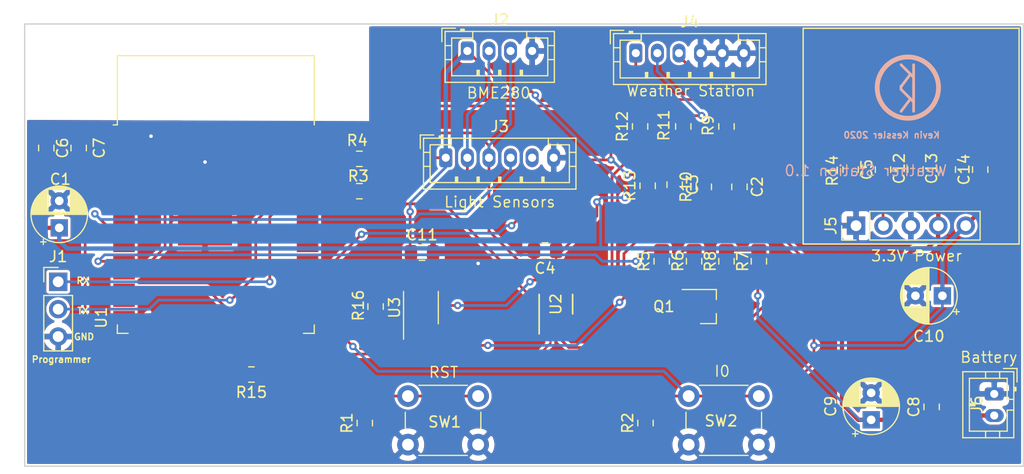
<source format=kicad_pcb>
(kicad_pcb (version 20171130) (host pcbnew 5.1.5+dfsg1-2build2)
  (layers (0 F.Cu signal) (31 B.Cu signal) (34 B.Paste user) (35 F.Paste user) (36 B.SilkS user) (37 F.SilkS user) (38 B.Mask user) (39 F.Mask user) (44 Edge.Cuts user))
  (net 0 "")
  (net 1 +3V3)
  (net 2 GND)
  (net 3 /ANEM_PIN)
  (net 4 /RAIN_PIN)
  (net 5 "Net-(C5-Pad1)")
  (net 6 +BATT)
  (net 7 "Net-(J1-Pad1)")
  (net 8 "Net-(J1-Pad2)")
  (net 9 /SDA)
  (net 10 /SCL)
  (net 11 /SI_INT)
  (net 12 /TCS_INT)
  (net 13 /ANEM_SWITCH)
  (net 14 /ADC1)
  (net 15 /RAIN_SWITCH)
  (net 16 "Net-(Q1-Pad1)")
  (net 17 "Net-(Q1-Pad3)")
  (net 18 "Net-(R1-Pad2)")
  (net 19 "Net-(R2-Pad2)")
  (net 20 /PWR_PIN_GND)
  (net 21 /ADC0)
  (net 22 /WIND_VCC)
  (net 23 "Net-(R15-Pad1)")
  (net 24 "Net-(R16-Pad2)")
  (net 25 "Net-(U1-Pad4)")
  (net 26 "Net-(U1-Pad5)")
  (net 27 "Net-(U1-Pad6)")
  (net 28 "Net-(U1-Pad7)")
  (net 29 "Net-(U1-Pad9)")
  (net 30 /ADC_ALERT)
  (net 31 "Net-(U1-Pad13)")
  (net 32 "Net-(U1-Pad14)")
  (net 33 "Net-(U1-Pad16)")
  (net 34 "Net-(U1-Pad17)")
  (net 35 "Net-(U1-Pad18)")
  (net 36 "Net-(U1-Pad19)")
  (net 37 "Net-(U1-Pad20)")
  (net 38 "Net-(U1-Pad21)")
  (net 39 "Net-(U1-Pad22)")
  (net 40 "Net-(U1-Pad24)")
  (net 41 "Net-(U1-Pad27)")
  (net 42 "Net-(U1-Pad28)")
  (net 43 "Net-(U1-Pad29)")
  (net 44 "Net-(U1-Pad30)")
  (net 45 "Net-(U1-Pad31)")
  (net 46 "Net-(U1-Pad32)")
  (net 47 "Net-(U1-Pad37)")
  (net 48 "Net-(U2-Pad7)")
  (net 49 "Net-(U2-Pad6)")
  (net 50 "Net-(U3-Pad2)")
  (net 51 "Net-(U3-Pad5)")
  (module KevinLib:LogoBack (layer F.Cu) (at 189.8 85.4)
    (fp_text reference REF** hide)
    (fp_text value LogoBack hide)
    (fp_text user K (at 0 1.27) (layer B.SilkS) (effects (font (size 2.032 2.032) (thickness 0.254)) (justify mirror)))
    (fp_text user K (at 0 -1.016) (layer B.SilkS) (effects (font (size 2.032 2.032) (thickness 0.254)) (justify mirror)))
  )
  (module Capacitor_THT:CP_Radial_D5.0mm_P2.50mm (layer F.Cu) (at 111.2 98.4 90)
    (fp_text reference C1 (at 4.5 0.1 180) (layer F.SilkS))
    (fp_text value 100u)
    (pad 1 thru_hole rect (at 0 0 90) (size 1.6 1.6) (drill 0.8) (layers *.Cu *.Mask) (net 1 +3V3))
    (pad 2 thru_hole circle (at 2.5 0 90) (size 1.6 1.6) (drill 0.8) (layers *.Cu *.Mask) (net 2 GND))
  )
  (module Capacitor_SMD:C_0805_2012Metric_Pad1.15x1.40mm_HandSolder (layer F.Cu) (at 174.2 94.6 270)
    (fp_text reference C2 (at 0 -1.65 90) (layer F.SilkS))
    (fp_text value 10p)
    (pad 1 smd roundrect (at -1.025 0 270) (size 1.15 1.4) (layers F.Cu F.Paste F.Mask) (roundrect_rratio 0.217391) (net 3 /ANEM_PIN))
    (pad 2 smd roundrect (at 1.025 0 270) (size 1.15 1.4) (layers F.Cu F.Paste F.Mask) (roundrect_rratio 0.217391) (net 2 GND))
  )
  (module Capacitor_SMD:C_0805_2012Metric_Pad1.15x1.40mm_HandSolder (layer F.Cu) (at 168.2 94.4 270)
    (fp_text reference C3 (at 0 -1.65 90) (layer F.SilkS))
    (fp_text value 10p)
    (pad 2 smd roundrect (at 1.025 0 270) (size 1.15 1.4) (layers F.Cu F.Paste F.Mask) (roundrect_rratio 0.217391) (net 2 GND))
    (pad 1 smd roundrect (at -1.025 0 270) (size 1.15 1.4) (layers F.Cu F.Paste F.Mask) (roundrect_rratio 0.217391) (net 4 /RAIN_PIN))
  )
  (module Capacitor_SMD:C_0805_2012Metric_Pad1.15x1.40mm_HandSolder (layer F.Cu) (at 156.2 100.5 180)
    (fp_text reference C4 (at 0 -1.65) (layer F.SilkS))
    (fp_text value 100n)
    (pad 2 smd roundrect (at 1.025 0 180) (size 1.15 1.4) (layers F.Cu F.Paste F.Mask) (roundrect_rratio 0.217391) (net 2 GND))
    (pad 1 smd roundrect (at -1.025 0 180) (size 1.15 1.4) (layers F.Cu F.Paste F.Mask) (roundrect_rratio 0.217391) (net 1 +3V3))
  )
  (module Capacitor_SMD:C_0805_2012Metric_Pad1.15x1.40mm_HandSolder (layer F.Cu) (at 187.5 93 90)
    (fp_text reference C5 (at 0 -1.5 90) (layer F.SilkS))
    (fp_text value 100n)
    (pad 1 smd roundrect (at -1.025 0 90) (size 1.15 1.4) (layers F.Cu F.Paste F.Mask) (roundrect_rratio 0.217391) (net 5 "Net-(C5-Pad1)"))
    (pad 2 smd roundrect (at 1.025 0 90) (size 1.15 1.4) (layers F.Cu F.Paste F.Mask) (roundrect_rratio 0.217391) (net 2 GND))
  )
  (module Capacitor_SMD:C_0805_2012Metric_Pad1.15x1.40mm_HandSolder (layer F.Cu) (at 110 91 90)
    (fp_text reference C6 (at 0 1.5 90) (layer F.SilkS))
    (fp_text value 100n)
    (pad 2 smd roundrect (at 1.025 0 90) (size 1.15 1.4) (layers F.Cu F.Paste F.Mask) (roundrect_rratio 0.217391) (net 2 GND))
    (pad 1 smd roundrect (at -1.025 0 90) (size 1.15 1.4) (layers F.Cu F.Paste F.Mask) (roundrect_rratio 0.217391) (net 1 +3V3))
  )
  (module Capacitor_SMD:C_0805_2012Metric_Pad1.15x1.40mm_HandSolder (layer F.Cu) (at 113 91 90)
    (fp_text reference C7 (at 0 1.9 90) (layer F.SilkS))
    (fp_text value 10n)
    (pad 1 smd roundrect (at -1.025 0 90) (size 1.15 1.4) (layers F.Cu F.Paste F.Mask) (roundrect_rratio 0.217391) (net 1 +3V3))
    (pad 2 smd roundrect (at 1.025 0 90) (size 1.15 1.4) (layers F.Cu F.Paste F.Mask) (roundrect_rratio 0.217391) (net 2 GND))
  )
  (module Capacitor_SMD:C_0805_2012Metric_Pad1.15x1.40mm_HandSolder (layer F.Cu) (at 192 115 90)
    (fp_text reference C8 (at 0 -1.65 90) (layer F.SilkS))
    (fp_text value 100n)
    (pad 1 smd roundrect (at -1.025 0 90) (size 1.15 1.4) (layers F.Cu F.Paste F.Mask) (roundrect_rratio 0.217391) (net 6 +BATT))
    (pad 2 smd roundrect (at 1.025 0 90) (size 1.15 1.4) (layers F.Cu F.Paste F.Mask) (roundrect_rratio 0.217391) (net 2 GND))
  )
  (module Capacitor_THT:CP_Radial_D5.0mm_P2.50mm (layer F.Cu) (at 186.4 116.2 90)
    (fp_text reference C9 (at 1.25 -3.75 90) (layer F.SilkS))
    (fp_text value 100u)
    (pad 1 thru_hole rect (at 0 0 90) (size 1.6 1.6) (drill 0.8) (layers *.Cu *.Mask) (net 6 +BATT))
    (pad 2 thru_hole circle (at 2.5 0 90) (size 1.6 1.6) (drill 0.8) (layers *.Cu *.Mask) (net 2 GND))
  )
  (module Capacitor_THT:CP_Radial_D5.0mm_P2.50mm (layer F.Cu) (at 193 104.7 180)
    (fp_text reference C10 (at 1.25 -3.75) (layer F.SilkS))
    (fp_text value 100u)
    (pad 2 thru_hole circle (at 2.5 0 180) (size 1.6 1.6) (drill 0.8) (layers *.Cu *.Mask) (net 2 GND))
    (pad 1 thru_hole rect (at 0 0 180) (size 1.6 1.6) (drill 0.8) (layers *.Cu *.Mask) (net 1 +3V3))
  )
  (module Connector_PinHeader_2.54mm:PinHeader_1x03_P2.54mm_Vertical (layer F.Cu) (at 111.1 103.4)
    (fp_text reference J1 (at 0 -2.33) (layer F.SilkS))
    (fp_text value PROG_HEADER)
    (pad 1 thru_hole rect (at 0 0) (size 1.7 1.7) (drill 1) (layers *.Cu *.Mask) (net 7 "Net-(J1-Pad1)"))
    (pad 2 thru_hole oval (at 0 2.54) (size 1.7 1.7) (drill 1) (layers *.Cu *.Mask) (net 8 "Net-(J1-Pad2)"))
    (pad 3 thru_hole oval (at 0 5.08) (size 1.7 1.7) (drill 1) (layers *.Cu *.Mask) (net 2 GND))
  )
  (module Connector_JST:JST_PH_B4B-PH-K_1x04_P2.00mm_Vertical (layer F.Cu) (at 149 82)
    (fp_text reference J2 (at 3 -2.9) (layer F.SilkS))
    (fp_text value I2C_PORT)
    (pad 1 thru_hole roundrect (at 0 0) (size 1.2 1.75) (drill 0.75) (layers *.Cu *.Mask) (roundrect_rratio 0.208333) (net 1 +3V3))
    (pad 2 thru_hole oval (at 2 0) (size 1.2 1.75) (drill 0.75) (layers *.Cu *.Mask) (net 9 /SDA))
    (pad 3 thru_hole oval (at 4 0) (size 1.2 1.75) (drill 0.75) (layers *.Cu *.Mask) (net 10 /SCL))
    (pad 4 thru_hole oval (at 6 0) (size 1.2 1.75) (drill 0.75) (layers *.Cu *.Mask) (net 2 GND))
  )
  (module Connector_JST:JST_PH_B6B-PH-K_1x06_P2.00mm_Vertical (layer F.Cu) (at 147 91.9)
    (fp_text reference J3 (at 5 -2.9) (layer F.SilkS))
    (fp_text value LIGHT_HEADER)
    (pad 1 thru_hole roundrect (at 0 0) (size 1.2 1.75) (drill 0.75) (layers *.Cu *.Mask) (roundrect_rratio 0.208333) (net 1 +3V3))
    (pad 2 thru_hole oval (at 2 0) (size 1.2 1.75) (drill 0.75) (layers *.Cu *.Mask) (net 9 /SDA))
    (pad 3 thru_hole oval (at 4 0) (size 1.2 1.75) (drill 0.75) (layers *.Cu *.Mask) (net 10 /SCL))
    (pad 4 thru_hole oval (at 6 0) (size 1.2 1.75) (drill 0.75) (layers *.Cu *.Mask) (net 11 /SI_INT))
    (pad 5 thru_hole oval (at 8 0) (size 1.2 1.75) (drill 0.75) (layers *.Cu *.Mask) (net 12 /TCS_INT))
    (pad 6 thru_hole oval (at 10 0) (size 1.2 1.75) (drill 0.75) (layers *.Cu *.Mask) (net 2 GND))
  )
  (module Connector_JST:JST_PH_B6B-PH-K_1x06_P2.00mm_Vertical (layer F.Cu) (at 164.6 82.2)
    (fp_text reference J4 (at 5 -2.9) (layer F.SilkS))
    (fp_text value WIND_RAIN)
    (pad 6 thru_hole oval (at 10 0) (size 1.2 1.75) (drill 0.75) (layers *.Cu *.Mask) (net 2 GND))
    (pad 5 thru_hole oval (at 8 0) (size 1.2 1.75) (drill 0.75) (layers *.Cu *.Mask) (net 2 GND))
    (pad 4 thru_hole oval (at 6 0) (size 1.2 1.75) (drill 0.75) (layers *.Cu *.Mask) (net 2 GND))
    (pad 3 thru_hole oval (at 4 0) (size 1.2 1.75) (drill 0.75) (layers *.Cu *.Mask) (net 13 /ANEM_SWITCH))
    (pad 2 thru_hole oval (at 2 0) (size 1.2 1.75) (drill 0.75) (layers *.Cu *.Mask) (net 14 /ADC1))
    (pad 1 thru_hole roundrect (at 0 0) (size 1.2 1.75) (drill 0.75) (layers *.Cu *.Mask) (roundrect_rratio 0.208333) (net 15 /RAIN_SWITCH))
  )
  (module Connector_PinHeader_2.54mm:PinHeader_1x05_P2.54mm_Vertical (layer F.Cu) (at 185 98.2 90)
    (fp_text reference J5 (at 0 -2.33 90) (layer F.SilkS))
    (fp_text value PWR_HEADER)
    (pad 1 thru_hole rect (at 0 0 90) (size 1.7 1.7) (drill 1) (layers *.Cu *.Mask) (net 2 GND))
    (pad 2 thru_hole oval (at 0 2.54 90) (size 1.7 1.7) (drill 1) (layers *.Cu *.Mask) (net 5 "Net-(C5-Pad1)"))
    (pad 3 thru_hole oval (at 0 5.08 90) (size 1.7 1.7) (drill 1) (layers *.Cu *.Mask) (net 2 GND))
    (pad 4 thru_hole oval (at 0 7.62 90) (size 1.7 1.7) (drill 1) (layers *.Cu *.Mask) (net 6 +BATT))
    (pad 5 thru_hole oval (at 0 10.16 90) (size 1.7 1.7) (drill 1) (layers *.Cu *.Mask) (net 1 +3V3))
  )
  (module Connector_JST:JST_PH_B2B-PH-K_1x02_P2.00mm_Vertical (layer F.Cu) (at 197.8 113.8 270)
    (fp_text reference J6 (at 1 1.6 90) (layer F.SilkS))
    (fp_text value BATTERY_HEADER)
    (pad 1 thru_hole roundrect (at 0 0 270) (size 1.2 1.75) (drill 0.75) (layers *.Cu *.Mask) (roundrect_rratio 0.208333) (net 2 GND))
    (pad 2 thru_hole oval (at 2 0 270) (size 1.2 1.75) (drill 0.75) (layers *.Cu *.Mask) (net 6 +BATT))
  )
  (module Package_TO_SOT_SMD:SOT-23_Handsoldering (layer F.Cu) (at 171.3 105.7)
    (fp_text reference Q1 (at -4.1 0) (layer F.SilkS))
    (fp_text value Q_NMOS_GSD)
    (pad 1 smd rect (at -1.5 -0.95) (size 1.9 0.8) (layers F.Cu F.Paste F.Mask) (net 16 "Net-(Q1-Pad1)"))
    (pad 2 smd rect (at -1.5 0.95) (size 1.9 0.8) (layers F.Cu F.Paste F.Mask) (net 2 GND))
    (pad 3 smd rect (at 1.5 0) (size 1.9 0.8) (layers F.Cu F.Paste F.Mask) (net 17 "Net-(Q1-Pad3)"))
  )
  (module Resistor_SMD:R_0805_2012Metric_Pad1.15x1.40mm_HandSolder (layer F.Cu) (at 139.5 116.5 90)
    (fp_text reference R1 (at 0 -1.65 90) (layer F.SilkS))
    (fp_text value 1K)
    (pad 1 smd roundrect (at -1.025 0 90) (size 1.15 1.4) (layers F.Cu F.Paste F.Mask) (roundrect_rratio 0.217391) (net 1 +3V3))
    (pad 2 smd roundrect (at 1.025 0 90) (size 1.15 1.4) (layers F.Cu F.Paste F.Mask) (roundrect_rratio 0.217391) (net 18 "Net-(R1-Pad2)"))
  )
  (module Resistor_SMD:R_0805_2012Metric_Pad1.15x1.40mm_HandSolder (layer F.Cu) (at 165.5 116.5 90)
    (fp_text reference R2 (at 0 -1.65 90) (layer F.SilkS))
    (fp_text value 1K)
    (pad 2 smd roundrect (at 1.025 0 90) (size 1.15 1.4) (layers F.Cu F.Paste F.Mask) (roundrect_rratio 0.217391) (net 19 "Net-(R2-Pad2)"))
    (pad 1 smd roundrect (at -1.025 0 90) (size 1.15 1.4) (layers F.Cu F.Paste F.Mask) (roundrect_rratio 0.217391) (net 1 +3V3))
  )
  (module Resistor_SMD:R_0805_2012Metric_Pad1.15x1.40mm_HandSolder (layer F.Cu) (at 139 95 180)
    (fp_text reference R3 (at 0.1 1.4) (layer F.SilkS))
    (fp_text value 4.7K)
    (pad 1 smd roundrect (at -1.025 0 180) (size 1.15 1.4) (layers F.Cu F.Paste F.Mask) (roundrect_rratio 0.217391) (net 1 +3V3))
    (pad 2 smd roundrect (at 1.025 0 180) (size 1.15 1.4) (layers F.Cu F.Paste F.Mask) (roundrect_rratio 0.217391) (net 9 /SDA))
  )
  (module Resistor_SMD:R_0805_2012Metric_Pad1.15x1.40mm_HandSolder (layer F.Cu) (at 139 92 180)
    (fp_text reference R4 (at 0.2 1.7) (layer F.SilkS))
    (fp_text value 4.7K)
    (pad 2 smd roundrect (at 1.025 0 180) (size 1.15 1.4) (layers F.Cu F.Paste F.Mask) (roundrect_rratio 0.217391) (net 10 /SCL))
    (pad 1 smd roundrect (at -1.025 0 180) (size 1.15 1.4) (layers F.Cu F.Paste F.Mask) (roundrect_rratio 0.217391) (net 1 +3V3))
  )
  (module Resistor_SMD:R_0805_2012Metric_Pad1.15x1.40mm_HandSolder (layer F.Cu) (at 167 101.5 90)
    (fp_text reference R5 (at 0 -1.65 90) (layer F.SilkS))
    (fp_text value 100)
    (pad 1 smd roundrect (at -1.025 0 90) (size 1.15 1.4) (layers F.Cu F.Paste F.Mask) (roundrect_rratio 0.217391) (net 16 "Net-(Q1-Pad1)"))
    (pad 2 smd roundrect (at 1.025 0 90) (size 1.15 1.4) (layers F.Cu F.Paste F.Mask) (roundrect_rratio 0.217391) (net 20 /PWR_PIN_GND))
  )
  (module Resistor_SMD:R_0805_2012Metric_Pad1.15x1.40mm_HandSolder (layer F.Cu) (at 170 101.5 270)
    (fp_text reference R6 (at 0 1.5 90) (layer F.SilkS))
    (fp_text value 100K)
    (pad 2 smd roundrect (at 1.025 0 270) (size 1.15 1.4) (layers F.Cu F.Paste F.Mask) (roundrect_rratio 0.217391) (net 2 GND))
    (pad 1 smd roundrect (at -1.025 0 270) (size 1.15 1.4) (layers F.Cu F.Paste F.Mask) (roundrect_rratio 0.217391) (net 16 "Net-(Q1-Pad1)"))
  )
  (module Resistor_SMD:R_0805_2012Metric_Pad1.15x1.40mm_HandSolder (layer F.Cu) (at 176 101.5 90)
    (fp_text reference R7 (at 0 -1.5 90) (layer F.SilkS))
    (fp_text value 1K)
    (pad 2 smd roundrect (at 1.025 0 90) (size 1.15 1.4) (layers F.Cu F.Paste F.Mask) (roundrect_rratio 0.217391) (net 21 /ADC0))
    (pad 1 smd roundrect (at -1.025 0 90) (size 1.15 1.4) (layers F.Cu F.Paste F.Mask) (roundrect_rratio 0.217391) (net 6 +BATT))
  )
  (module Resistor_SMD:R_0805_2012Metric_Pad1.15x1.40mm_HandSolder (layer F.Cu) (at 173 101.5 270)
    (fp_text reference R8 (at 0 1.5 90) (layer F.SilkS))
    (fp_text value 1K)
    (pad 1 smd roundrect (at -1.025 0 270) (size 1.15 1.4) (layers F.Cu F.Paste F.Mask) (roundrect_rratio 0.217391) (net 21 /ADC0))
    (pad 2 smd roundrect (at 1.025 0 270) (size 1.15 1.4) (layers F.Cu F.Paste F.Mask) (roundrect_rratio 0.217391) (net 17 "Net-(Q1-Pad3)"))
  )
  (module Resistor_SMD:R_0805_2012Metric_Pad1.15x1.40mm_HandSolder (layer F.Cu) (at 173 89 90)
    (fp_text reference R9 (at 0.1 -1.7 90) (layer F.SilkS))
    (fp_text value 100)
    (pad 2 smd roundrect (at 1.025 0 90) (size 1.15 1.4) (layers F.Cu F.Paste F.Mask) (roundrect_rratio 0.217391) (net 13 /ANEM_SWITCH))
    (pad 1 smd roundrect (at -1.025 0 90) (size 1.15 1.4) (layers F.Cu F.Paste F.Mask) (roundrect_rratio 0.217391) (net 3 /ANEM_PIN))
  )
  (module Resistor_SMD:R_0805_2012Metric_Pad1.15x1.40mm_HandSolder (layer F.Cu) (at 170.9 94.6 90)
    (fp_text reference R10 (at 0 -1.65 90) (layer F.SilkS))
    (fp_text value 330K)
    (pad 1 smd roundrect (at -1.025 0 90) (size 1.15 1.4) (layers F.Cu F.Paste F.Mask) (roundrect_rratio 0.217391) (net 1 +3V3))
    (pad 2 smd roundrect (at 1.025 0 90) (size 1.15 1.4) (layers F.Cu F.Paste F.Mask) (roundrect_rratio 0.217391) (net 3 /ANEM_PIN))
  )
  (module Resistor_SMD:R_0805_2012Metric_Pad1.15x1.40mm_HandSolder (layer F.Cu) (at 169 89 270)
    (fp_text reference R11 (at -0.1 1.8 90) (layer F.SilkS))
    (fp_text value 10K)
    (pad 2 smd roundrect (at 1.025 0 270) (size 1.15 1.4) (layers F.Cu F.Paste F.Mask) (roundrect_rratio 0.217391) (net 22 /WIND_VCC))
    (pad 1 smd roundrect (at -1.025 0 270) (size 1.15 1.4) (layers F.Cu F.Paste F.Mask) (roundrect_rratio 0.217391) (net 14 /ADC1))
  )
  (module Resistor_SMD:R_0805_2012Metric_Pad1.15x1.40mm_HandSolder (layer F.Cu) (at 165 89 90)
    (fp_text reference R12 (at 0 -1.65 90) (layer F.SilkS))
    (fp_text value 100)
    (pad 1 smd roundrect (at -1.025 0 90) (size 1.15 1.4) (layers F.Cu F.Paste F.Mask) (roundrect_rratio 0.217391) (net 4 /RAIN_PIN))
    (pad 2 smd roundrect (at 1.025 0 90) (size 1.15 1.4) (layers F.Cu F.Paste F.Mask) (roundrect_rratio 0.217391) (net 15 /RAIN_SWITCH))
  )
  (module Resistor_SMD:R_0805_2012Metric_Pad1.15x1.40mm_HandSolder (layer F.Cu) (at 165.7 94.5 90)
    (fp_text reference R13 (at 0 -1.65 90) (layer F.SilkS))
    (fp_text value 330K)
    (pad 1 smd roundrect (at -1.025 0 90) (size 1.15 1.4) (layers F.Cu F.Paste F.Mask) (roundrect_rratio 0.217391) (net 1 +3V3))
    (pad 2 smd roundrect (at 1.025 0 90) (size 1.15 1.4) (layers F.Cu F.Paste F.Mask) (roundrect_rratio 0.217391) (net 4 /RAIN_PIN))
  )
  (module Resistor_SMD:R_0805_2012Metric_Pad1.15x1.40mm_HandSolder (layer F.Cu) (at 184.5 93 270)
    (fp_text reference R14 (at 0.1 1.7 90) (layer F.SilkS))
    (fp_text value 1K)
    (pad 2 smd roundrect (at 1.025 0 270) (size 1.15 1.4) (layers F.Cu F.Paste F.Mask) (roundrect_rratio 0.217391) (net 5 "Net-(C5-Pad1)"))
    (pad 1 smd roundrect (at -1.025 0 270) (size 1.15 1.4) (layers F.Cu F.Paste F.Mask) (roundrect_rratio 0.217391) (net 6 +BATT))
  )
  (module Resistor_SMD:R_0805_2012Metric_Pad1.15x1.40mm_HandSolder (layer F.Cu) (at 129 112 180)
    (fp_text reference R15 (at 0 -1.65) (layer F.SilkS))
    (fp_text value 1K)
    (pad 1 smd roundrect (at -1.025 0 180) (size 1.15 1.4) (layers F.Cu F.Paste F.Mask) (roundrect_rratio 0.217391) (net 23 "Net-(R15-Pad1)"))
    (pad 2 smd roundrect (at 1.025 0 180) (size 1.15 1.4) (layers F.Cu F.Paste F.Mask) (roundrect_rratio 0.217391) (net 2 GND))
  )
  (module Resistor_SMD:R_0805_2012Metric_Pad1.15x1.40mm_HandSolder (layer F.Cu) (at 140.5 105.7 270)
    (fp_text reference R16 (at -0.1 1.6 90) (layer F.SilkS))
    (fp_text value 1K)
    (pad 2 smd roundrect (at 1.025 0 270) (size 1.15 1.4) (layers F.Cu F.Paste F.Mask) (roundrect_rratio 0.217391) (net 24 "Net-(R16-Pad2)"))
    (pad 1 smd roundrect (at -1.025 0 270) (size 1.15 1.4) (layers F.Cu F.Paste F.Mask) (roundrect_rratio 0.217391) (net 1 +3V3))
  )
  (module Button_Switch_THT:SW_PUSH_6mm (layer F.Cu) (at 150 118.5 180)
    (fp_text reference SW1 (at 3.1 2.1) (layer F.SilkS))
    (fp_text value SW_EN)
    (pad 2 thru_hole circle (at 0 4.5 270) (size 2 2) (drill 1.1) (layers *.Cu *.Mask) (net 18 "Net-(R1-Pad2)"))
    (pad 1 thru_hole circle (at 0 0 270) (size 2 2) (drill 1.1) (layers *.Cu *.Mask) (net 2 GND))
    (pad 2 thru_hole circle (at 6.5 4.5 270) (size 2 2) (drill 1.1) (layers *.Cu *.Mask) (net 18 "Net-(R1-Pad2)"))
    (pad 1 thru_hole circle (at 6.5 0 270) (size 2 2) (drill 1.1) (layers *.Cu *.Mask) (net 2 GND))
  )
  (module Button_Switch_THT:SW_PUSH_6mm (layer F.Cu) (at 176 118.5 180)
    (fp_text reference SW2 (at 3.5 2.2) (layer F.SilkS))
    (fp_text value SW_I00)
    (pad 1 thru_hole circle (at 6.5 0 270) (size 2 2) (drill 1.1) (layers *.Cu *.Mask) (net 2 GND))
    (pad 2 thru_hole circle (at 6.5 4.5 270) (size 2 2) (drill 1.1) (layers *.Cu *.Mask) (net 19 "Net-(R2-Pad2)"))
    (pad 1 thru_hole circle (at 0 0 270) (size 2 2) (drill 1.1) (layers *.Cu *.Mask) (net 2 GND))
    (pad 2 thru_hole circle (at 0 4.5 270) (size 2 2) (drill 1.1) (layers *.Cu *.Mask) (net 19 "Net-(R2-Pad2)"))
  )
  (module RF_Module:ESP32-WROOM-32 (layer F.Cu) (at 125.7 98.3)
    (fp_text reference U1 (at -10.61 8.43 90) (layer F.SilkS))
    (fp_text value ESP32-WROOM-32D)
    (pad 39 smd rect (at -1 -0.755) (size 5 5) (layers F.Cu F.Paste F.Mask) (net 2 GND))
    (pad 1 smd rect (at -8.5 -8.255) (size 2 0.9) (layers F.Cu F.Paste F.Mask) (net 2 GND))
    (pad 2 smd rect (at -8.5 -6.985) (size 2 0.9) (layers F.Cu F.Paste F.Mask) (net 1 +3V3))
    (pad 3 smd rect (at -8.5 -5.715) (size 2 0.9) (layers F.Cu F.Paste F.Mask) (net 18 "Net-(R1-Pad2)"))
    (pad 4 smd rect (at -8.5 -4.445) (size 2 0.9) (layers F.Cu F.Paste F.Mask) (net 25 "Net-(U1-Pad4)"))
    (pad 5 smd rect (at -8.5 -3.175) (size 2 0.9) (layers F.Cu F.Paste F.Mask) (net 26 "Net-(U1-Pad5)"))
    (pad 6 smd rect (at -8.5 -1.905) (size 2 0.9) (layers F.Cu F.Paste F.Mask) (net 27 "Net-(U1-Pad6)"))
    (pad 7 smd rect (at -8.5 -0.635) (size 2 0.9) (layers F.Cu F.Paste F.Mask) (net 28 "Net-(U1-Pad7)"))
    (pad 8 smd rect (at -8.5 0.635) (size 2 0.9) (layers F.Cu F.Paste F.Mask) (net 11 /SI_INT))
    (pad 9 smd rect (at -8.5 1.905) (size 2 0.9) (layers F.Cu F.Paste F.Mask) (net 29 "Net-(U1-Pad9)"))
    (pad 10 smd rect (at -8.5 3.175) (size 2 0.9) (layers F.Cu F.Paste F.Mask) (net 20 /PWR_PIN_GND))
    (pad 11 smd rect (at -8.5 4.445) (size 2 0.9) (layers F.Cu F.Paste F.Mask) (net 22 /WIND_VCC))
    (pad 12 smd rect (at -8.5 5.715) (size 2 0.9) (layers F.Cu F.Paste F.Mask) (net 30 /ADC_ALERT))
    (pad 13 smd rect (at -8.5 6.985) (size 2 0.9) (layers F.Cu F.Paste F.Mask) (net 31 "Net-(U1-Pad13)"))
    (pad 14 smd rect (at -8.5 8.255) (size 2 0.9) (layers F.Cu F.Paste F.Mask) (net 32 "Net-(U1-Pad14)"))
    (pad 15 smd rect (at -5.715 9.255 90) (size 2 0.9) (layers F.Cu F.Paste F.Mask) (net 2 GND))
    (pad 16 smd rect (at -4.445 9.255 90) (size 2 0.9) (layers F.Cu F.Paste F.Mask) (net 33 "Net-(U1-Pad16)"))
    (pad 17 smd rect (at -3.175 9.255 90) (size 2 0.9) (layers F.Cu F.Paste F.Mask) (net 34 "Net-(U1-Pad17)"))
    (pad 18 smd rect (at -1.905 9.255 90) (size 2 0.9) (layers F.Cu F.Paste F.Mask) (net 35 "Net-(U1-Pad18)"))
    (pad 19 smd rect (at -0.635 9.255 90) (size 2 0.9) (layers F.Cu F.Paste F.Mask) (net 36 "Net-(U1-Pad19)"))
    (pad 20 smd rect (at 0.635 9.255 90) (size 2 0.9) (layers F.Cu F.Paste F.Mask) (net 37 "Net-(U1-Pad20)"))
    (pad 21 smd rect (at 1.905 9.255 90) (size 2 0.9) (layers F.Cu F.Paste F.Mask) (net 38 "Net-(U1-Pad21)"))
    (pad 22 smd rect (at 3.175 9.255 90) (size 2 0.9) (layers F.Cu F.Paste F.Mask) (net 39 "Net-(U1-Pad22)"))
    (pad 23 smd rect (at 4.445 9.255 90) (size 2 0.9) (layers F.Cu F.Paste F.Mask) (net 23 "Net-(R15-Pad1)"))
    (pad 24 smd rect (at 5.715 9.255 90) (size 2 0.9) (layers F.Cu F.Paste F.Mask) (net 40 "Net-(U1-Pad24)"))
    (pad 25 smd rect (at 8.5 8.255) (size 2 0.9) (layers F.Cu F.Paste F.Mask) (net 19 "Net-(R2-Pad2)"))
    (pad 26 smd rect (at 8.5 6.985) (size 2 0.9) (layers F.Cu F.Paste F.Mask) (net 4 /RAIN_PIN))
    (pad 27 smd rect (at 8.5 5.715) (size 2 0.9) (layers F.Cu F.Paste F.Mask) (net 41 "Net-(U1-Pad27)"))
    (pad 28 smd rect (at 8.5 4.445) (size 2 0.9) (layers F.Cu F.Paste F.Mask) (net 42 "Net-(U1-Pad28)"))
    (pad 29 smd rect (at 8.5 3.175) (size 2 0.9) (layers F.Cu F.Paste F.Mask) (net 43 "Net-(U1-Pad29)"))
    (pad 30 smd rect (at 8.5 1.905) (size 2 0.9) (layers F.Cu F.Paste F.Mask) (net 44 "Net-(U1-Pad30)"))
    (pad 31 smd rect (at 8.5 0.635) (size 2 0.9) (layers F.Cu F.Paste F.Mask) (net 45 "Net-(U1-Pad31)"))
    (pad 32 smd rect (at 8.5 -0.635) (size 2 0.9) (layers F.Cu F.Paste F.Mask) (net 46 "Net-(U1-Pad32)"))
    (pad 33 smd rect (at 8.5 -1.905) (size 2 0.9) (layers F.Cu F.Paste F.Mask) (net 9 /SDA))
    (pad 34 smd rect (at 8.5 -3.175) (size 2 0.9) (layers F.Cu F.Paste F.Mask) (net 7 "Net-(J1-Pad1)"))
    (pad 35 smd rect (at 8.5 -4.445) (size 2 0.9) (layers F.Cu F.Paste F.Mask) (net 8 "Net-(J1-Pad2)"))
    (pad 36 smd rect (at 8.5 -5.715) (size 2 0.9) (layers F.Cu F.Paste F.Mask) (net 10 /SCL))
    (pad 37 smd rect (at 8.5 -6.985) (size 2 0.9) (layers F.Cu F.Paste F.Mask) (net 47 "Net-(U1-Pad37)"))
    (pad 38 smd rect (at 8.5 -8.255) (size 2 0.9) (layers F.Cu F.Paste F.Mask) (net 2 GND))
  )
  (module KevinLib:ADS1115IDGSR (layer F.Cu) (at 157.200002 105.475001 90)
    (fp_text reference U2 (at 0 0 90) (layer F.SilkS))
    (fp_text value ADS1115IDGSR hide)
    (pad 10 smd oval (at 2.225002 -1.000001 180) (size 0.299999 1.35) (layers F.Cu F.Paste F.Mask) (net 10 /SCL))
    (pad 9 smd oval (at 2.225002 -0.500002 180) (size 0.299999 1.35) (layers F.Cu F.Paste F.Mask) (net 9 /SDA))
    (pad 8 smd oval (at 2.225002 0 180) (size 0.299999 1.35) (layers F.Cu F.Paste F.Mask) (net 1 +3V3))
    (pad 7 smd oval (at 2.225002 0.499999 180) (size 0.299999 1.35) (layers F.Cu F.Paste F.Mask) (net 48 "Net-(U2-Pad7)"))
    (pad 6 smd oval (at 2.225002 1.000001 180) (size 0.299999 1.35) (layers F.Cu F.Paste F.Mask) (net 49 "Net-(U2-Pad6)"))
    (pad 5 smd oval (at -2.224999 1.000001 180) (size 0.299999 1.35) (layers F.Cu F.Paste F.Mask) (net 14 /ADC1))
    (pad 4 smd oval (at -2.224999 0.499999 180) (size 0.299999 1.35) (layers F.Cu F.Paste F.Mask) (net 21 /ADC0))
    (pad 3 smd oval (at -2.224999 0 180) (size 0.299999 1.35) (layers F.Cu F.Paste F.Mask) (net 2 GND))
    (pad 2 smd oval (at -2.224999 -0.500002 180) (size 0.299999 1.35) (layers F.Cu F.Paste F.Mask) (net 30 /ADC_ALERT))
    (pad 1 smd oval (at -2.224999 -1.000001 180) (size 0.299999 1.35) (layers F.Cu F.Paste F.Mask) (net 2 GND))
  )
  (module Capacitor_SMD:C_0805_2012Metric_Pad1.15x1.40mm_HandSolder (layer F.Cu) (at 144.8 100.7)
    (fp_text reference C11 (at 0 -1.65) (layer F.SilkS))
    (fp_text value 100n)
    (pad 1 smd roundrect (at -1.025 0) (size 1.15 1.4) (layers F.Cu F.Paste F.Mask) (roundrect_rratio 0.217391) (net 1 +3V3))
    (pad 2 smd roundrect (at 1.025 0) (size 1.15 1.4) (layers F.Cu F.Paste F.Mask) (roundrect_rratio 0.217391) (net 2 GND))
  )
  (module Capacitor_SMD:C_0805_2012Metric_Pad1.15x1.40mm_HandSolder (layer F.Cu) (at 190.5 93 90)
    (fp_text reference C12 (at 0.1 -1.5 90) (layer F.SilkS))
    (fp_text value 10u)
    (pad 1 smd roundrect (at -1.025 0 90) (size 1.15 1.4) (layers F.Cu F.Paste F.Mask) (roundrect_rratio 0.217391) (net 6 +BATT))
    (pad 2 smd roundrect (at 1.025 0 90) (size 1.15 1.4) (layers F.Cu F.Paste F.Mask) (roundrect_rratio 0.217391) (net 2 GND))
  )
  (module Capacitor_SMD:C_0805_2012Metric_Pad1.15x1.40mm_HandSolder (layer F.Cu) (at 193.5 93 90)
    (fp_text reference C13 (at 0.1 -1.5 90) (layer F.SilkS))
    (fp_text value 10u)
    (pad 1 smd roundrect (at -1.025 0 90) (size 1.15 1.4) (layers F.Cu F.Paste F.Mask) (roundrect_rratio 0.217391) (net 1 +3V3))
    (pad 2 smd roundrect (at 1.025 0 90) (size 1.15 1.4) (layers F.Cu F.Paste F.Mask) (roundrect_rratio 0.217391) (net 2 GND))
  )
  (module Capacitor_SMD:C_0805_2012Metric_Pad1.15x1.40mm_HandSolder (layer F.Cu) (at 196.5 93 90)
    (fp_text reference C14 (at 0 -1.5 90) (layer F.SilkS))
    (fp_text value 10u)
    (pad 2 smd roundrect (at 1.025 0 90) (size 1.15 1.4) (layers F.Cu F.Paste F.Mask) (roundrect_rratio 0.217391) (net 2 GND))
    (pad 1 smd roundrect (at -1.025 0 90) (size 1.15 1.4) (layers F.Cu F.Paste F.Mask) (roundrect_rratio 0.217391) (net 1 +3V3))
  )
  (module Package_SO:MSOP-8_3x3mm_P0.65mm (layer F.Cu) (at 144.7 105.8 90)
    (fp_text reference U3 (at 0 -2.45 90) (layer F.SilkS))
    (fp_text value S35770)
    (pad 1 smd roundrect (at -2.1125 -0.975 90) (size 1.625 0.5) (layers F.Cu F.Paste F.Mask) (net 24 "Net-(R16-Pad2)"))
    (pad 2 smd roundrect (at -2.1125 -0.325 90) (size 1.625 0.5) (layers F.Cu F.Paste F.Mask) (net 50 "Net-(U3-Pad2)"))
    (pad 3 smd roundrect (at -2.1125 0.325 90) (size 1.625 0.5) (layers F.Cu F.Paste F.Mask) (net 3 /ANEM_PIN))
    (pad 4 smd roundrect (at -2.1125 0.975 90) (size 1.625 0.5) (layers F.Cu F.Paste F.Mask) (net 2 GND))
    (pad 5 smd roundrect (at 2.1125 0.975 90) (size 1.625 0.5) (layers F.Cu F.Paste F.Mask) (net 51 "Net-(U3-Pad5)"))
    (pad 6 smd roundrect (at 2.1125 0.325 90) (size 1.625 0.5) (layers F.Cu F.Paste F.Mask) (net 9 /SDA))
    (pad 7 smd roundrect (at 2.1125 -0.325 90) (size 1.625 0.5) (layers F.Cu F.Paste F.Mask) (net 10 /SCL))
    (pad 8 smd roundrect (at 2.1125 -0.975 90) (size 1.625 0.5) (layers F.Cu F.Paste F.Mask) (net 1 +3V3))
  )
  (gr_text "Weather Station 1.0" (at 185.9 93.1) (layer B.SilkS) (effects (font (size 1 1) (thickness 0.127)) (justify mirror)))
  (gr_text "Kevin Kessler 2020" (at 188.3 89.8) (layer B.SilkS) (effects (font (size 0.6 0.6) (thickness 0.127)) (justify mirror)))
  (gr_text Programmer (at 111.4 110.6) (layer F.SilkS) (effects (font (size 0.6 0.6) (thickness 0.127))))
  (gr_text GND (at 113.5 108.5) (layer F.SilkS) (effects (font (size 0.6 0.6) (thickness 0.127))))
  (gr_text TX (at 113.4 106.1) (layer F.SilkS) (effects (font (size 0.6 0.6) (thickness 0.127))))
  (gr_text RX (at 113.4 103.3) (layer F.SilkS) (effects (font (size 0.6 0.6) (thickness 0.127))))
  (gr_text Battery (at 197.3 110.4) (layer F.SilkS) (effects (font (size 1 1) (thickness 0.127))))
  (gr_text "3.3V Power" (at 190.6 101) (layer F.SilkS) (effects (font (size 1 1) (thickness 0.127))))
  (gr_text "Weather Station" (at 169.7 85.7) (layer F.SilkS) (effects (font (size 1 1) (thickness 0.127))))
  (gr_text BME280 (at 151.9 85.9) (layer F.SilkS) (effects (font (size 1 1) (thickness 0.127))))
  (gr_text "Light Sensors" (at 152 96) (layer F.SilkS) (effects (font (size 1 1) (thickness 0.127))))
  (gr_text RST (at 146.8 111.8) (layer F.SilkS) (effects (font (size 1 1) (thickness 0.127))))
  (gr_text I0 (at 172.6 111.7) (layer F.SilkS) (effects (font (size 1 1) (thickness 0.127))))
  (gr_line (start 200.5 120.5) (end 200.5 79.5) (layer Edge.Cuts) (width 0.127))
  (gr_line (start 108 120.5) (end 200.5 120.5) (layer Edge.Cuts) (width 0.127))
  (gr_line (start 108 79.5) (end 108 120.5) (layer Edge.Cuts) (width 0.127))
  (gr_line (start 200.5 79.5) (end 108 79.5) (layer Edge.Cuts) (width 0.127))
  (gr_line (start 180.1 79.9) (end 180.1 99.9) (layer F.SilkS) (width 0.127))
  (gr_line (start 200.1 79.9) (end 180.1 79.9) (layer F.SilkS) (width 0.127))
  (gr_line (start 200.1 99.9) (end 200.1 79.9) (layer F.SilkS) (width 0.127))
  (gr_line (start 180.1 99.9) (end 200.1 99.9) (layer F.SilkS) (width 0.127))
  (segment (start 193 100.36) (end 193 104.7) (width 0.4) (layer B.Cu) (net 1))
  (segment (start 195.16 98.2) (end 193 100.36) (width 0.4) (layer B.Cu) (net 1))
  (segment (start 110 98.4) (end 109.4 97.8) (width 0.4) (layer F.Cu) (net 1))
  (segment (start 111.2 98.4) (end 110 98.4) (width 0.4) (layer F.Cu) (net 1))
  (segment (start 110 92.6) (end 110 92.025) (width 0.4) (layer F.Cu) (net 1))
  (segment (start 109.4 93.2) (end 110 92.6) (width 0.4) (layer F.Cu) (net 1))
  (segment (start 109.4 97.8) (end 109.4 93.2) (width 0.4) (layer F.Cu) (net 1))
  (segment (start 110 92.025) (end 113 92.025) (width 0.4) (layer F.Cu) (net 1))
  (segment (start 114.41 91.315) (end 117.2 91.315) (width 0.4) (layer F.Cu) (net 1))
  (segment (start 113.7 92.025) (end 114.41 91.315) (width 0.4) (layer F.Cu) (net 1))
  (segment (start 113 92.025) (end 113.7 92.025) (width 0.4) (layer F.Cu) (net 1))
  (segment (start 143.725 102.875) (end 143.725 103.6875) (width 0.25) (layer F.Cu) (net 1))
  (segment (start 143.725 101.45) (end 143.725 102.875) (width 0.25) (layer F.Cu) (net 1))
  (segment (start 143.775 101.4) (end 143.725 101.45) (width 0.25) (layer F.Cu) (net 1))
  (segment (start 143.775 100.7) (end 143.775 101.4) (width 0.25) (layer F.Cu) (net 1))
  (segment (start 147 84) (end 149 82) (width 0.4) (layer B.Cu) (net 1))
  (segment (start 147 91.9) (end 147 84) (width 0.4) (layer B.Cu) (net 1))
  (segment (start 157.225 103.225001) (end 157.200002 103.249999) (width 0.2) (layer F.Cu) (net 1))
  (segment (start 157.225 100.5) (end 157.225 103.225001) (width 0.2) (layer F.Cu) (net 1))
  (segment (start 196.5 94.6) (end 196.5 94.025) (width 0.4) (layer F.Cu) (net 1))
  (segment (start 196.5 96.86) (end 196.5 94.6) (width 0.4) (layer F.Cu) (net 1))
  (segment (start 195.16 98.2) (end 196.5 96.86) (width 0.4) (layer F.Cu) (net 1))
  (segment (start 196.5 94.025) (end 193.5 94.025) (width 0.4) (layer F.Cu) (net 1))
  (segment (start 193 105.75) (end 189.45 109.3) (width 0.25) (layer B.Cu) (net 1))
  (segment (start 193 104.7) (end 193 105.75) (width 0.25) (layer B.Cu) (net 1))
  (via (at 181.1 109.3) (size 0.6858) (drill 0.3302) (layers F.Cu B.Cu) (net 1))
  (segment (start 189.45 109.3) (end 181.1 109.3) (width 0.25) (layer B.Cu) (net 1))
  (segment (start 181.1 110.940922) (end 175.440922 116.6) (width 0.25) (layer F.Cu) (net 1))
  (segment (start 181.1 109.3) (end 181.1 110.940922) (width 0.25) (layer F.Cu) (net 1))
  (segment (start 175.440922 116.6) (end 167.6 116.6) (width 0.25) (layer F.Cu) (net 1))
  (segment (start 166.675 117.525) (end 165.5 117.525) (width 0.25) (layer F.Cu) (net 1))
  (segment (start 167.6 116.6) (end 166.675 117.525) (width 0.25) (layer F.Cu) (net 1))
  (segment (start 165.5 117.525) (end 153.925 117.525) (width 0.25) (layer F.Cu) (net 1))
  (segment (start 153.925 117.525) (end 152.6 116.2) (width 0.25) (layer F.Cu) (net 1))
  (segment (start 140.2 117.525) (end 139.5 117.525) (width 0.25) (layer F.Cu) (net 1))
  (segment (start 141.525 116.2) (end 140.2 117.525) (width 0.25) (layer F.Cu) (net 1))
  (segment (start 152.6 116.2) (end 141.525 116.2) (width 0.25) (layer F.Cu) (net 1))
  (segment (start 171.6 95.625) (end 174.375 98.4) (width 0.25) (layer F.Cu) (net 1))
  (segment (start 170.9 95.625) (end 171.6 95.625) (width 0.25) (layer F.Cu) (net 1))
  (segment (start 174.375 98.4) (end 177.3 98.4) (width 0.25) (layer F.Cu) (net 1))
  (segment (start 181.1 102.2) (end 181.1 109.3) (width 0.25) (layer F.Cu) (net 1))
  (segment (start 177.3 98.4) (end 181.1 102.2) (width 0.25) (layer F.Cu) (net 1))
  (segment (start 140.125 91.9) (end 140.025 92) (width 0.25) (layer F.Cu) (net 1))
  (segment (start 147 91.9) (end 140.125 91.9) (width 0.25) (layer F.Cu) (net 1))
  (segment (start 140.025 92) (end 140.025 95) (width 0.25) (layer F.Cu) (net 1))
  (segment (start 147 92.775) (end 143.7 96.075) (width 0.25) (layer B.Cu) (net 1))
  (segment (start 147 91.9) (end 147 92.775) (width 0.25) (layer B.Cu) (net 1))
  (via (at 143.7 96.9) (size 0.6858) (drill 0.3302) (layers F.Cu B.Cu) (net 1))
  (segment (start 143.7 96.075) (end 143.7 96.9) (width 0.25) (layer B.Cu) (net 1))
  (segment (start 143.7 100.625) (end 143.775 100.7) (width 0.25) (layer F.Cu) (net 1))
  (segment (start 143.7 96.9) (end 143.7 100.625) (width 0.25) (layer F.Cu) (net 1))
  (segment (start 143.475 103.6875) (end 143.725 103.6875) (width 0.25) (layer F.Cu) (net 1))
  (segment (start 140.9125 103.6875) (end 143.475 103.6875) (width 0.25) (layer F.Cu) (net 1))
  (segment (start 140.5 104.1) (end 140.9125 103.6875) (width 0.25) (layer F.Cu) (net 1))
  (segment (start 140.5 104.675) (end 140.5 104.1) (width 0.25) (layer F.Cu) (net 1))
  (segment (start 165 95.525) (end 164.925 95.6) (width 0.25) (layer F.Cu) (net 1))
  (segment (start 165.7 95.525) (end 165 95.525) (width 0.25) (layer F.Cu) (net 1))
  (via (at 163.6 95.6) (size 0.6858) (drill 0.3302) (layers F.Cu B.Cu) (net 1))
  (segment (start 164.925 95.6) (end 163.6 95.6) (width 0.25) (layer F.Cu) (net 1))
  (segment (start 163.6 95.6) (end 163.6 94.6) (width 0.25) (layer B.Cu) (net 1))
  (segment (start 163.6 94.6) (end 155.2 86.2) (width 0.25) (layer B.Cu) (net 1))
  (via (at 155.3 86.1) (size 0.6858) (drill 0.3302) (layers F.Cu B.Cu) (net 1))
  (segment (start 155.2 86.2) (end 155.3 86.1) (width 0.25) (layer B.Cu) (net 1))
  (segment (start 149.6 82.6) (end 149 82) (width 0.25) (layer F.Cu) (net 1))
  (segment (start 152.757101 85.757101) (end 149.6 82.6) (width 0.25) (layer F.Cu) (net 1))
  (segment (start 154.957101 85.757101) (end 152.757101 85.757101) (width 0.25) (layer F.Cu) (net 1))
  (segment (start 155.3 86.1) (end 154.957101 85.757101) (width 0.25) (layer F.Cu) (net 1))
  (segment (start 161.4 95.6) (end 163.6 95.6) (width 0.25) (layer B.Cu) (net 1))
  (segment (start 161 96) (end 161.4 95.6) (width 0.25) (layer B.Cu) (net 1))
  (segment (start 111.2 99.6) (end 111.2 98.4) (width 0.4) (layer B.Cu) (net 1))
  (segment (start 111.920989 100.320989) (end 111.2 99.6) (width 0.4) (layer B.Cu) (net 1))
  (segment (start 193.039011 100.320989) (end 195.16 98.2) (width 0.4) (layer B.Cu) (net 1))
  (segment (start 157.8 100.5) (end 161 97.3) (width 0.25) (layer F.Cu) (net 1))
  (segment (start 157.225 100.5) (end 157.8 100.5) (width 0.25) (layer F.Cu) (net 1))
  (via (at 161 96) (size 0.6858) (drill 0.3302) (layers F.Cu B.Cu) (net 1))
  (segment (start 161 97.3) (end 161 96) (width 0.25) (layer F.Cu) (net 1))
  (segment (start 161.342899 96.342899) (end 161.342899 100.242899) (width 0.25) (layer B.Cu) (net 1))
  (segment (start 161 96) (end 161.342899 96.342899) (width 0.25) (layer B.Cu) (net 1))
  (segment (start 161.4 100.3) (end 193.039011 100.320989) (width 0.4) (layer B.Cu) (net 1))
  (segment (start 161.342899 100.242899) (end 161.4 100.3) (width 0.25) (layer B.Cu) (net 1))
  (segment (start 111.920989 100.320989) (end 161.4 100.3) (width 0.4) (layer B.Cu) (net 1))
  (via (at 150 101.7) (size 0.6858) (drill 0.3302) (layers F.Cu B.Cu) (net 2))
  (via (at 119.7 89.9) (size 0.6858) (drill 0.3302) (layers F.Cu B.Cu) (net 2))
  (via (at 124.7 92.3) (size 0.6858) (drill 0.3302) (layers F.Cu B.Cu) (net 2))
  (segment (start 157.200002 106.300002) (end 157.200002 107.7) (width 0.1524) (layer F.Cu) (net 2))
  (segment (start 156.3 106.1) (end 157 106.1) (width 0.1524) (layer F.Cu) (net 2))
  (segment (start 157 106.1) (end 157.200002 106.300002) (width 0.1524) (layer F.Cu) (net 2))
  (segment (start 156.200001 106.199999) (end 156.3 106.1) (width 0.1524) (layer F.Cu) (net 2))
  (segment (start 156.200001 107.7) (end 156.200001 106.199999) (width 0.1524) (layer F.Cu) (net 2))
  (segment (start 145.00401 108.766788) (end 145.537222 109.3) (width 0.25) (layer F.Cu) (net 3))
  (segment (start 145.00401 107.92099) (end 145.00401 108.766788) (width 0.25) (layer F.Cu) (net 3))
  (segment (start 145.0125 107.9125) (end 145.00401 107.92099) (width 0.25) (layer F.Cu) (net 3))
  (segment (start 145.025 107.9125) (end 145.0125 107.9125) (width 0.25) (layer F.Cu) (net 3))
  (segment (start 145.537222 109.3) (end 150.9 109.3) (width 0.25) (layer F.Cu) (net 3))
  (segment (start 173.5 93.575) (end 174.2 93.575) (width 0.25) (layer F.Cu) (net 3))
  (segment (start 173 93.075) (end 173.5 93.575) (width 0.25) (layer F.Cu) (net 3))
  (segment (start 173 90.025) (end 173 93.075) (width 0.25) (layer F.Cu) (net 3))
  (segment (start 174.2 93.575) (end 170.9 93.575) (width 0.25) (layer F.Cu) (net 3))
  (segment (start 169.27901 96.010546) (end 165.689556 99.6) (width 0.25) (layer F.Cu) (net 3))
  (segment (start 169.27901 94.49599) (end 169.27901 96.010546) (width 0.25) (layer F.Cu) (net 3))
  (segment (start 170.2 93.575) (end 169.27901 94.49599) (width 0.25) (layer F.Cu) (net 3))
  (segment (start 170.9 93.575) (end 170.2 93.575) (width 0.25) (layer F.Cu) (net 3))
  (segment (start 165.689556 99.6) (end 164.7 99.6) (width 0.25) (layer F.Cu) (net 3))
  (segment (start 164.7 99.6) (end 163.5 100.8) (width 0.25) (layer F.Cu) (net 3))
  (via (at 163.1 105.3) (size 0.6858) (drill 0.3302) (layers F.Cu B.Cu) (net 3))
  (segment (start 163.5 104.9) (end 163.1 105.3) (width 0.25) (layer F.Cu) (net 3))
  (segment (start 163.5 100.8) (end 163.5 104.9) (width 0.25) (layer F.Cu) (net 3))
  (via (at 150.9 109.3) (size 0.6858) (drill 0.3302) (layers F.Cu B.Cu) (net 3))
  (segment (start 159.1 109.3) (end 150.9 109.3) (width 0.25) (layer B.Cu) (net 3))
  (segment (start 163.1 105.3) (end 159.1 109.3) (width 0.25) (layer B.Cu) (net 3))
  (segment (start 165.8 93.375) (end 165.7 93.475) (width 0.25) (layer F.Cu) (net 4))
  (segment (start 168.2 93.375) (end 165.8 93.375) (width 0.25) (layer F.Cu) (net 4))
  (via (at 163.8 93.5) (size 0.6858) (drill 0.3302) (layers F.Cu B.Cu) (net 4))
  (segment (start 163.825 93.475) (end 163.8 93.5) (width 0.25) (layer F.Cu) (net 4))
  (segment (start 165.7 93.475) (end 163.825 93.475) (width 0.25) (layer F.Cu) (net 4))
  (segment (start 163.8 93.5) (end 162.4 92.1) (width 0.25) (layer B.Cu) (net 4))
  (via (at 162.3 92.1) (size 0.6858) (drill 0.3302) (layers F.Cu B.Cu) (net 4))
  (segment (start 162.4 92.1) (end 162.3 92.1) (width 0.25) (layer B.Cu) (net 4))
  (segment (start 162.3 92.1) (end 162.3 90.8) (width 0.25) (layer F.Cu) (net 4))
  (segment (start 163.075 90.025) (end 165 90.025) (width 0.25) (layer F.Cu) (net 4))
  (segment (start 162.3 90.8) (end 163.075 90.025) (width 0.25) (layer F.Cu) (net 4))
  (segment (start 162.3 92.1) (end 159.2 92.1) (width 0.25) (layer F.Cu) (net 4))
  (via (at 153.1 98.2) (size 0.6858) (drill 0.3302) (layers F.Cu B.Cu) (net 4))
  (segment (start 159.2 92.1) (end 153.1 98.2) (width 0.25) (layer F.Cu) (net 4))
  (segment (start 152.615067 98.2) (end 151.915067 98.9) (width 0.25) (layer B.Cu) (net 4))
  (segment (start 153.1 98.2) (end 152.615067 98.2) (width 0.25) (layer B.Cu) (net 4))
  (via (at 139.2 99) (size 0.6858) (drill 0.3302) (layers F.Cu B.Cu) (net 4))
  (segment (start 139.3 98.9) (end 139.2 99) (width 0.25) (layer B.Cu) (net 4))
  (segment (start 151.915067 98.9) (end 139.3 98.9) (width 0.25) (layer B.Cu) (net 4))
  (segment (start 139.2 99) (end 136.8 101.4) (width 0.25) (layer F.Cu) (net 4))
  (segment (start 136.8 101.4) (end 136.8 104.5) (width 0.25) (layer F.Cu) (net 4))
  (segment (start 136.015 105.285) (end 134.2 105.285) (width 0.25) (layer F.Cu) (net 4))
  (segment (start 136.8 104.5) (end 136.015 105.285) (width 0.25) (layer F.Cu) (net 4))
  (segment (start 187.5 98.16) (end 187.54 98.2) (width 0.25) (layer F.Cu) (net 5))
  (segment (start 187.5 94.025) (end 187.5 98.16) (width 0.25) (layer F.Cu) (net 5))
  (segment (start 185.2 94.025) (end 187.5 94.025) (width 0.25) (layer F.Cu) (net 5))
  (segment (start 184.5 94.025) (end 185.2 94.025) (width 0.25) (layer F.Cu) (net 5))
  (segment (start 197.8 115.8) (end 193.9 115.8) (width 0.4) (layer F.Cu) (net 6))
  (segment (start 193.675 116.025) (end 192 116.025) (width 0.4) (layer F.Cu) (net 6))
  (segment (start 193.9 115.8) (end 193.675 116.025) (width 0.4) (layer F.Cu) (net 6))
  (segment (start 192 116.025) (end 187.975 116.025) (width 0.4) (layer F.Cu) (net 6))
  (segment (start 187.8 116.2) (end 186.4 116.2) (width 0.4) (layer F.Cu) (net 6))
  (segment (start 187.975 116.025) (end 187.8 116.2) (width 0.4) (layer F.Cu) (net 6))
  (segment (start 185.2 116.2) (end 183.7 114.7) (width 0.4) (layer F.Cu) (net 6))
  (segment (start 186.4 116.2) (end 185.2 116.2) (width 0.4) (layer F.Cu) (net 6))
  (segment (start 183.7 114.7) (end 183.7 107) (width 0.4) (layer F.Cu) (net 6))
  (segment (start 183.7 107) (end 190.2 100.5) (width 0.4) (layer F.Cu) (net 6))
  (segment (start 190.32 100.5) (end 190.52 100.3) (width 0.4) (layer F.Cu) (net 6))
  (segment (start 190.2 100.5) (end 190.32 100.5) (width 0.4) (layer F.Cu) (net 6))
  (segment (start 190.52 100.3) (end 191.6 100.3) (width 0.4) (layer F.Cu) (net 6))
  (segment (start 191.6 100.3) (end 192.6 99.3) (width 0.4) (layer F.Cu) (net 6))
  (segment (start 192.6 98.22) (end 192.62 98.2) (width 0.4) (layer F.Cu) (net 6))
  (segment (start 192.6 99.3) (end 192.6 98.22) (width 0.4) (layer F.Cu) (net 6))
  (segment (start 191.2 94.025) (end 190.5 94.025) (width 0.4) (layer F.Cu) (net 6))
  (segment (start 192.62 95.445) (end 191.2 94.025) (width 0.4) (layer F.Cu) (net 6))
  (segment (start 192.62 98.2) (end 192.62 95.445) (width 0.4) (layer F.Cu) (net 6))
  (segment (start 189.8 94.025) (end 188.9 93.125) (width 0.25) (layer F.Cu) (net 6))
  (segment (start 190.5 94.025) (end 189.8 94.025) (width 0.25) (layer F.Cu) (net 6))
  (segment (start 188.9 91.710444) (end 187.889556 90.7) (width 0.25) (layer F.Cu) (net 6))
  (segment (start 188.9 93.125) (end 188.9 91.710444) (width 0.25) (layer F.Cu) (net 6))
  (segment (start 185.2 90.7) (end 184.5 91.4) (width 0.25) (layer F.Cu) (net 6))
  (segment (start 184.5 91.4) (end 184.5 91.975) (width 0.25) (layer F.Cu) (net 6))
  (segment (start 187.889556 90.7) (end 185.2 90.7) (width 0.25) (layer F.Cu) (net 6))
  (segment (start 185.35 116.2) (end 175.9 106.75) (width 0.25) (layer B.Cu) (net 6))
  (segment (start 186.4 116.2) (end 185.35 116.2) (width 0.25) (layer B.Cu) (net 6))
  (via (at 175.9 104.7) (size 0.6858) (drill 0.3302) (layers F.Cu B.Cu) (net 6))
  (segment (start 175.9 106.75) (end 175.9 104.7) (width 0.25) (layer B.Cu) (net 6))
  (segment (start 175.9 102.625) (end 176 102.525) (width 0.25) (layer F.Cu) (net 6))
  (segment (start 175.9 104.7) (end 175.9 102.625) (width 0.25) (layer F.Cu) (net 6))
  (segment (start 132.95 95.125) (end 130.7 97.375) (width 0.25) (layer F.Cu) (net 7))
  (segment (start 134.2 95.125) (end 132.95 95.125) (width 0.25) (layer F.Cu) (net 7))
  (via (at 130.7 103.4) (size 0.6858) (drill 0.3302) (layers F.Cu B.Cu) (net 7))
  (segment (start 130.7 97.375) (end 130.7 103.4) (width 0.25) (layer F.Cu) (net 7))
  (segment (start 130.7 103.4) (end 111.1 103.4) (width 0.25) (layer B.Cu) (net 7))
  (segment (start 133.337798 93.855) (end 129.4 97.792798) (width 0.25) (layer F.Cu) (net 8))
  (segment (start 134.2 93.855) (end 133.337798 93.855) (width 0.25) (layer F.Cu) (net 8))
  (segment (start 129.4 97.792798) (end 129.4 102.8) (width 0.25) (layer F.Cu) (net 8))
  (via (at 127 105.1) (size 0.6858) (drill 0.3302) (layers F.Cu B.Cu) (net 8))
  (segment (start 127.1 105.1) (end 127 105.1) (width 0.25) (layer F.Cu) (net 8))
  (segment (start 129.4 102.8) (end 127.1 105.1) (width 0.25) (layer F.Cu) (net 8))
  (segment (start 127 105.1) (end 120.4 105.1) (width 0.25) (layer B.Cu) (net 8))
  (segment (start 119.56 105.94) (end 111.1 105.94) (width 0.25) (layer B.Cu) (net 8))
  (segment (start 120.4 105.1) (end 119.56 105.94) (width 0.25) (layer B.Cu) (net 8))
  (segment (start 137.28 96.395) (end 137.975 95.7) (width 0.25) (layer F.Cu) (net 9))
  (segment (start 134.2 96.395) (end 137.28 96.395) (width 0.25) (layer F.Cu) (net 9))
  (segment (start 149 93.025) (end 145.625 96.4) (width 0.25) (layer F.Cu) (net 9))
  (segment (start 149 91.9) (end 149 93.025) (width 0.25) (layer F.Cu) (net 9))
  (segment (start 137.975 95.7) (end 137.975 95) (width 0.25) (layer F.Cu) (net 9))
  (segment (start 149 91.9) (end 149 87.9) (width 0.25) (layer B.Cu) (net 9))
  (segment (start 151 85.9) (end 151 82) (width 0.25) (layer B.Cu) (net 9))
  (segment (start 149 87.9) (end 151 85.9) (width 0.25) (layer B.Cu) (net 9))
  (segment (start 145.625 96.4) (end 147.1 96.4) (width 0.25) (layer F.Cu) (net 9))
  (segment (start 155.1 104.4) (end 156.5 104.4) (width 0.2) (layer F.Cu) (net 9))
  (segment (start 156.7 104.2) (end 156.7 103.249999) (width 0.2) (layer F.Cu) (net 9))
  (segment (start 156.5 104.4) (end 156.7 104.2) (width 0.2) (layer F.Cu) (net 9))
  (segment (start 145.025 103.6875) (end 145.025 102.475) (width 0.25) (layer F.Cu) (net 9))
  (segment (start 145.025 102.475) (end 153.075 102.475) (width 0.25) (layer F.Cu) (net 9))
  (segment (start 147.1 96.4) (end 153.7 103.1) (width 0.25) (layer F.Cu) (net 9))
  (segment (start 153.7 103.1) (end 153.7 103.6) (width 0.25) (layer F.Cu) (net 9))
  (segment (start 154.5 104.4) (end 155.1 104.4) (width 0.25) (layer F.Cu) (net 9))
  (segment (start 153.7 103.6) (end 154.5 104.4) (width 0.25) (layer F.Cu) (net 9))
  (segment (start 145.625 96.4) (end 145.403099 96.178099) (width 0.25) (layer F.Cu) (net 9))
  (segment (start 143.131586 96.4) (end 138.675 96.4) (width 0.25) (layer F.Cu) (net 9))
  (segment (start 138.675 96.4) (end 137.975 95.7) (width 0.25) (layer F.Cu) (net 9))
  (segment (start 145.403099 96.178099) (end 143.353487 96.178099) (width 0.25) (layer F.Cu) (net 9))
  (segment (start 143.353487 96.178099) (end 143.131586 96.4) (width 0.25) (layer F.Cu) (net 9))
  (segment (start 137.39 92.585) (end 137.975 92) (width 0.25) (layer F.Cu) (net 10))
  (segment (start 134.2 92.585) (end 137.39 92.585) (width 0.25) (layer F.Cu) (net 10))
  (segment (start 137.975 91.3) (end 139.675 89.6) (width 0.25) (layer F.Cu) (net 10))
  (segment (start 137.975 92) (end 137.975 91.3) (width 0.25) (layer F.Cu) (net 10))
  (segment (start 151 90.775) (end 151 91.9) (width 0.25) (layer F.Cu) (net 10))
  (segment (start 149.825 89.6) (end 151 90.775) (width 0.25) (layer F.Cu) (net 10))
  (segment (start 139.675 89.6) (end 149.825 89.6) (width 0.25) (layer F.Cu) (net 10))
  (segment (start 153 88.775) (end 153 82) (width 0.25) (layer B.Cu) (net 10))
  (segment (start 151 90.775) (end 153 88.775) (width 0.25) (layer B.Cu) (net 10))
  (segment (start 151 91.9) (end 151 90.775) (width 0.25) (layer B.Cu) (net 10))
  (segment (start 151 91.9) (end 151 98.7) (width 0.25) (layer F.Cu) (net 10))
  (segment (start 155.549999 103.249999) (end 156.200001 103.249999) (width 0.2) (layer F.Cu) (net 10))
  (segment (start 151 98.7) (end 155.549999 103.249999) (width 0.25) (layer F.Cu) (net 10))
  (segment (start 144.375 104.562778) (end 145.412222 105.6) (width 0.25) (layer F.Cu) (net 10))
  (segment (start 144.375 103.6875) (end 144.375 104.562778) (width 0.25) (layer F.Cu) (net 10))
  (segment (start 145.412222 105.6) (end 148 105.6) (width 0.25) (layer F.Cu) (net 10))
  (segment (start 155.549999 103.249999) (end 154.950001 103.249999) (width 0.25) (layer F.Cu) (net 10))
  (via (at 154.8 103.4) (size 0.6858) (drill 0.3302) (layers F.Cu B.Cu) (net 10))
  (segment (start 154.950001 103.249999) (end 154.8 103.4) (width 0.25) (layer F.Cu) (net 10))
  (segment (start 154.8 103.4) (end 152.6 105.6) (width 0.25) (layer B.Cu) (net 10))
  (via (at 148.1 105.6) (size 0.6858) (drill 0.3302) (layers F.Cu B.Cu) (net 10))
  (segment (start 152.6 105.6) (end 148.1 105.6) (width 0.25) (layer B.Cu) (net 10))
  (via (at 114.5 97.1) (size 0.6858) (drill 0.3302) (layers F.Cu B.Cu) (net 11))
  (segment (start 116.335 98.935) (end 117.2 98.935) (width 0.25) (layer F.Cu) (net 11))
  (segment (start 114.5 97.1) (end 116.335 98.935) (width 0.25) (layer F.Cu) (net 11))
  (segment (start 114.842899 97.442899) (end 114.5 97.1) (width 0.25) (layer B.Cu) (net 11))
  (segment (start 115.021902 97.621902) (end 114.842899 97.442899) (width 0.25) (layer B.Cu) (net 11))
  (segment (start 153 91.9) (end 153 93.025) (width 0.25) (layer B.Cu) (net 11))
  (segment (start 144.568416 97.1) (end 144.046514 97.621902) (width 0.25) (layer B.Cu) (net 11))
  (segment (start 148.925 97.1) (end 144.568416 97.1) (width 0.25) (layer B.Cu) (net 11))
  (segment (start 153 93.025) (end 148.925 97.1) (width 0.25) (layer B.Cu) (net 11))
  (segment (start 144.046514 97.621902) (end 115.021902 97.621902) (width 0.25) (layer B.Cu) (net 11))
  (segment (start 173 87.975) (end 173 86.6) (width 0.25) (layer F.Cu) (net 13))
  (segment (start 169.725 83.325) (end 169.45 83.325) (width 0.25) (layer F.Cu) (net 13))
  (segment (start 173 86.6) (end 169.725 83.325) (width 0.25) (layer F.Cu) (net 13))
  (segment (start 168.6 82.475) (end 168.6 82.2) (width 0.25) (layer F.Cu) (net 13))
  (segment (start 169.45 83.325) (end 168.6 82.475) (width 0.25) (layer F.Cu) (net 13))
  (segment (start 158.200003 107.7) (end 158.7 107.7) (width 0.2) (layer F.Cu) (net 14))
  (segment (start 158.7 107.7) (end 162.4 104) (width 0.25) (layer F.Cu) (net 14))
  (segment (start 162.4 104) (end 162.4 93.6) (width 0.25) (layer F.Cu) (net 14))
  (segment (start 162.4 93.6) (end 164.6 91.4) (width 0.25) (layer F.Cu) (net 14))
  (segment (start 164.6 91.4) (end 165.9 91.4) (width 0.25) (layer F.Cu) (net 14))
  (segment (start 165.9 91.4) (end 167.2 90.1) (width 0.25) (layer F.Cu) (net 14))
  (segment (start 167.2 90.1) (end 167.2 88.7) (width 0.25) (layer F.Cu) (net 14))
  (segment (start 167.925 87.975) (end 169 87.975) (width 0.25) (layer F.Cu) (net 14))
  (segment (start 167.2 88.7) (end 167.925 87.975) (width 0.25) (layer F.Cu) (net 14))
  (segment (start 166.6 83.9) (end 170.7 88) (width 0.25) (layer B.Cu) (net 14))
  (segment (start 166.6 82.2) (end 166.6 83.9) (width 0.25) (layer B.Cu) (net 14))
  (via (at 170.7 88) (size 0.6858) (drill 0.3302) (layers F.Cu B.Cu) (net 14))
  (segment (start 169.025 88) (end 169 87.975) (width 0.25) (layer F.Cu) (net 14))
  (segment (start 170.7 88) (end 169.025 88) (width 0.25) (layer F.Cu) (net 14))
  (segment (start 164.6 87.575) (end 165 87.975) (width 0.25) (layer F.Cu) (net 15))
  (segment (start 164.6 82.2) (end 164.6 87.575) (width 0.25) (layer F.Cu) (net 15))
  (segment (start 167 102.525) (end 167 103.4) (width 0.25) (layer F.Cu) (net 16))
  (segment (start 168.35 104.75) (end 169.8 104.75) (width 0.25) (layer F.Cu) (net 16))
  (segment (start 167 103.4) (end 168.35 104.75) (width 0.25) (layer F.Cu) (net 16))
  (segment (start 169.05 100.475) (end 167 102.525) (width 0.25) (layer F.Cu) (net 16))
  (segment (start 170 100.475) (end 169.05 100.475) (width 0.25) (layer F.Cu) (net 16))
  (segment (start 173 102.525) (end 173 104.2) (width 0.25) (layer F.Cu) (net 17))
  (segment (start 172.8 104.4) (end 172.8 105.7) (width 0.25) (layer F.Cu) (net 17))
  (segment (start 173 104.2) (end 172.8 104.4) (width 0.25) (layer F.Cu) (net 17))
  (segment (start 115.95 92.585) (end 113.6 94.935) (width 0.25) (layer F.Cu) (net 18))
  (segment (start 117.2 92.585) (end 115.95 92.585) (width 0.25) (layer F.Cu) (net 18))
  (segment (start 113.6 94.935) (end 113.6 111.6) (width 0.25) (layer F.Cu) (net 18))
  (segment (start 117.475 115.475) (end 139.5 115.475) (width 0.25) (layer F.Cu) (net 18))
  (segment (start 113.6 111.6) (end 117.475 115.475) (width 0.25) (layer F.Cu) (net 18))
  (segment (start 140.4 114) (end 143.5 114) (width 0.25) (layer F.Cu) (net 18))
  (segment (start 139.5 114.9) (end 140.4 114) (width 0.25) (layer F.Cu) (net 18))
  (segment (start 139.5 115.475) (end 139.5 114.9) (width 0.25) (layer F.Cu) (net 18))
  (segment (start 143.5 114) (end 150 114) (width 0.25) (layer F.Cu) (net 18))
  (segment (start 135.555 106.555) (end 138.4 109.4) (width 0.25) (layer F.Cu) (net 19))
  (via (at 138.4 109.4) (size 0.6858) (drill 0.3302) (layers F.Cu B.Cu) (net 19))
  (segment (start 134.2 106.555) (end 135.555 106.555) (width 0.25) (layer F.Cu) (net 19))
  (segment (start 138.4 109.4) (end 140.7 111.7) (width 0.25) (layer B.Cu) (net 19))
  (segment (start 167.2 111.7) (end 169.5 114) (width 0.25) (layer B.Cu) (net 19))
  (segment (start 140.7 111.7) (end 167.2 111.7) (width 0.25) (layer B.Cu) (net 19))
  (segment (start 165.5 114.9) (end 165.5 115.475) (width 0.25) (layer F.Cu) (net 19))
  (segment (start 166.4 114) (end 165.5 114.9) (width 0.25) (layer F.Cu) (net 19))
  (segment (start 169.5 114) (end 166.4 114) (width 0.25) (layer F.Cu) (net 19))
  (segment (start 170.914213 114) (end 176 114) (width 0.25) (layer F.Cu) (net 19))
  (segment (start 169.5 114) (end 170.914213 114) (width 0.25) (layer F.Cu) (net 19))
  (segment (start 115.95 101.475) (end 115.925 101.5) (width 0.25) (layer F.Cu) (net 20))
  (segment (start 117.2 101.475) (end 115.95 101.475) (width 0.25) (layer F.Cu) (net 20))
  (via (at 114.8 101.5) (size 0.6858) (drill 0.3302) (layers F.Cu B.Cu) (net 20))
  (segment (start 115.925 101.5) (end 114.8 101.5) (width 0.25) (layer F.Cu) (net 20))
  (via (at 164.6 101.5) (size 0.6858) (drill 0.3302) (layers F.Cu B.Cu) (net 20))
  (segment (start 165.625 100.475) (end 167 100.475) (width 0.25) (layer F.Cu) (net 20))
  (segment (start 164.6 101.5) (end 165.625 100.475) (width 0.25) (layer F.Cu) (net 20))
  (segment (start 164.6 101.5) (end 161.5 101.5) (width 0.25) (layer B.Cu) (net 20))
  (segment (start 161.5 101.5) (end 160.9 100.9) (width 0.25) (layer B.Cu) (net 20))
  (segment (start 115.4 100.9) (end 114.8 101.5) (width 0.25) (layer B.Cu) (net 20))
  (segment (start 160.9 100.9) (end 115.4 100.9) (width 0.25) (layer B.Cu) (net 20))
  (segment (start 157.700001 107.7) (end 157.700001 108.800001) (width 0.2) (layer F.Cu) (net 21))
  (segment (start 157.700001 108.800001) (end 158.4 109.5) (width 0.25) (layer F.Cu) (net 21))
  (segment (start 158.4 109.5) (end 164.8 109.5) (width 0.25) (layer F.Cu) (net 21))
  (segment (start 164.8 109.5) (end 166.2 108.1) (width 0.25) (layer F.Cu) (net 21))
  (segment (start 166.2 108.1) (end 174 108.1) (width 0.25) (layer F.Cu) (net 21))
  (segment (start 174 108.1) (end 178 104.1) (width 0.25) (layer F.Cu) (net 21))
  (segment (start 178 102.475) (end 176 100.475) (width 0.25) (layer F.Cu) (net 21))
  (segment (start 178 104.1) (end 178 102.475) (width 0.25) (layer F.Cu) (net 21))
  (segment (start 176 100.475) (end 173 100.475) (width 0.25) (layer F.Cu) (net 21))
  (segment (start 171.421901 88.303099) (end 169.7 90.025) (width 0.25) (layer F.Cu) (net 22))
  (segment (start 171.421901 87.653487) (end 171.421901 88.303099) (width 0.25) (layer F.Cu) (net 22))
  (segment (start 164.37099 89.07099) (end 165.62901 89.07099) (width 0.25) (layer F.Cu) (net 22))
  (segment (start 170.268414 86.5) (end 171.421901 87.653487) (width 0.25) (layer F.Cu) (net 22))
  (segment (start 165.62901 89.07099) (end 168.2 86.5) (width 0.25) (layer F.Cu) (net 22))
  (segment (start 121 100.195) (end 121 90.7) (width 0.25) (layer F.Cu) (net 22))
  (segment (start 169.7 90.025) (end 169 90.025) (width 0.25) (layer F.Cu) (net 22))
  (segment (start 168.2 86.5) (end 170.268414 86.5) (width 0.25) (layer F.Cu) (net 22))
  (segment (start 162.4 87.1) (end 164.37099 89.07099) (width 0.25) (layer F.Cu) (net 22))
  (segment (start 118.45 102.745) (end 121 100.195) (width 0.25) (layer F.Cu) (net 22))
  (segment (start 117.2 102.745) (end 118.45 102.745) (width 0.25) (layer F.Cu) (net 22))
  (segment (start 162.4 87.1) (end 142.5 87.1) (width 0.25) (layer F.Cu) (net 22))
  (segment (start 142.5 87.1) (end 140.7 88.9) (width 0.25) (layer F.Cu) (net 22))
  (segment (start 122.8 88.9) (end 121 90.7) (width 0.25) (layer F.Cu) (net 22))
  (segment (start 140.7 88.9) (end 122.8 88.9) (width 0.25) (layer F.Cu) (net 22))
  (segment (start 130.025 107.675) (end 130.145 107.555) (width 0.2) (layer F.Cu) (net 23))
  (segment (start 130.025 112) (end 130.025 107.675) (width 0.2) (layer F.Cu) (net 23))
  (segment (start 141.1125 107.9125) (end 143.475 107.9125) (width 0.25) (layer F.Cu) (net 24))
  (segment (start 143.475 107.9125) (end 143.725 107.9125) (width 0.25) (layer F.Cu) (net 24))
  (segment (start 140.5 107.3) (end 141.1125 107.9125) (width 0.25) (layer F.Cu) (net 24))
  (segment (start 140.5 106.725) (end 140.5 107.3) (width 0.25) (layer F.Cu) (net 24))
  (segment (start 155.7 110.1) (end 156.7 109.1) (width 0.2) (layer F.Cu) (net 30))
  (segment (start 156.7 109.1) (end 156.7 107.7) (width 0.2) (layer F.Cu) (net 30))
  (segment (start 117.2 104.015) (end 124.846586 104.015) (width 0.25) (layer F.Cu) (net 30))
  (segment (start 124.846586 104.015) (end 127.007585 106.175999) (width 0.25) (layer F.Cu) (net 30))
  (segment (start 127.007585 106.175999) (end 132.168201 106.175999) (width 0.25) (layer F.Cu) (net 30))
  (segment (start 132.168201 106.175999) (end 132.820999 106.828797) (width 0.25) (layer F.Cu) (net 30))
  (segment (start 132.820999 106.828797) (end 132.820999 107.308201) (width 0.25) (layer F.Cu) (net 30))
  (segment (start 132.820999 107.308201) (end 135.6347 110.121902) (width 0.25) (layer F.Cu) (net 30))
  (segment (start 135.6347 110.121902) (end 138.746514 110.121902) (width 0.25) (layer F.Cu) (net 30))
  (segment (start 138.746514 110.121902) (end 138.768416 110.1) (width 0.25) (layer F.Cu) (net 30))
  (segment (start 138.768416 110.1) (end 155.7 110.1) (width 0.25) (layer F.Cu) (net 30))
  (zone (net 2) (net_name GND) (layer F.Cu) (connect_pads (clearance 0.1524)) (min_thickness 0.254) (fill yes (arc_segments 32) (thermal_gap 0.508) (thermal_bridge_width 0.508))
    (polygon (pts (xy 200.5 120.5) (xy 108 120.5) (xy 108 88.4) (xy 140.1 88.5) (xy 140.1 79.5) (xy 200.5 79.5)))
  )
  (zone (net 2) (net_name GND) (layer B.Cu) (connect_pads (clearance 0.1524)) (min_thickness 0.254) (fill yes (arc_segments 32) (thermal_gap 0.508) (thermal_bridge_width 0.508))
    (polygon (pts (xy 200.5 120.5) (xy 108 120.5) (xy 108 88.4) (xy 139.9 88.5) (xy 139.9 79.5) (xy 200.5 79.5)))
  )
)
</source>
